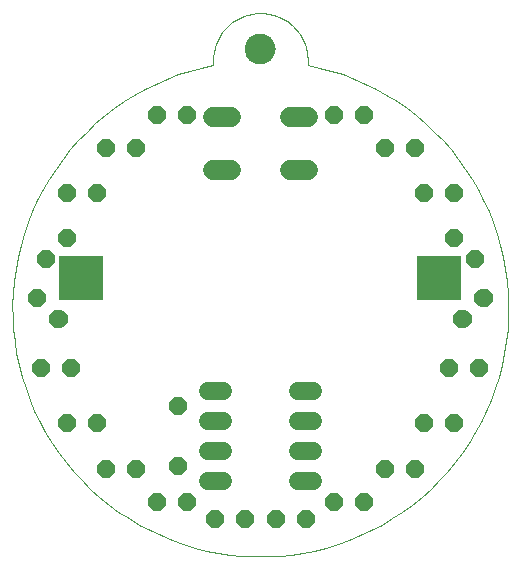
<source format=gts>
G75*
G70*
%OFA0B0*%
%FSLAX24Y24*%
%IPPOS*%
%LPD*%
%AMOC8*
5,1,8,0,0,1.08239X$1,22.5*
%
%ADD10C,0.0000*%
%ADD11C,0.1025*%
%ADD12OC8,0.0600*%
%ADD13C,0.0120*%
%ADD14C,0.0600*%
%ADD15C,0.0680*%
%ADD16R,0.1497X0.1497*%
D10*
X008826Y018518D02*
X008432Y018431D01*
X008043Y018326D01*
X007660Y018201D01*
X007283Y018059D01*
X006913Y017897D01*
X006552Y017719D01*
X006200Y017522D01*
X005858Y017309D01*
X005527Y017079D01*
X005207Y016834D01*
X004900Y016573D01*
X004605Y016298D01*
X004325Y016008D01*
X004059Y015705D01*
X003808Y015390D01*
X003572Y015063D01*
X003353Y014724D01*
X003151Y014376D01*
X002966Y014018D01*
X002798Y013651D01*
X002649Y013276D01*
X002518Y012895D01*
X002406Y012508D01*
X002313Y012116D01*
X002239Y011720D01*
X002184Y011320D01*
X002149Y010919D01*
X002134Y010516D01*
X002138Y010113D01*
X002162Y009710D01*
X002205Y009310D01*
X002268Y008911D01*
X002351Y008517D01*
X002452Y008127D01*
X002572Y007742D01*
X002711Y007364D01*
X002868Y006992D01*
X003043Y006629D01*
X003236Y006275D01*
X003446Y005931D01*
X003672Y005597D01*
X003914Y005275D01*
X004171Y004965D01*
X004444Y004668D01*
X004730Y004384D01*
X005030Y004115D01*
X005343Y003860D01*
X005668Y003622D01*
X006004Y003399D01*
X006351Y003193D01*
X006707Y003004D01*
X007072Y002833D01*
X007444Y002680D01*
X007824Y002545D01*
X008210Y002429D01*
X008601Y002331D01*
X008997Y002253D01*
X009396Y002194D01*
X009797Y002155D01*
X010199Y002135D01*
X010603Y002135D01*
X011005Y002155D01*
X011406Y002194D01*
X011805Y002253D01*
X012201Y002331D01*
X012592Y002429D01*
X012978Y002545D01*
X013358Y002680D01*
X013730Y002833D01*
X014095Y003004D01*
X014451Y003193D01*
X014798Y003399D01*
X015134Y003622D01*
X015459Y003860D01*
X015772Y004115D01*
X016072Y004384D01*
X016358Y004668D01*
X016631Y004965D01*
X016888Y005275D01*
X017130Y005597D01*
X017356Y005931D01*
X017566Y006275D01*
X017759Y006629D01*
X017934Y006992D01*
X018091Y007364D01*
X018230Y007742D01*
X018350Y008127D01*
X018451Y008517D01*
X018534Y008911D01*
X018597Y009310D01*
X018640Y009710D01*
X018664Y010113D01*
X018668Y010516D01*
X018653Y010919D01*
X018618Y011320D01*
X018563Y011720D01*
X018489Y012116D01*
X018396Y012508D01*
X018284Y012895D01*
X018153Y013276D01*
X018004Y013651D01*
X017836Y014018D01*
X017651Y014376D01*
X017449Y014724D01*
X017230Y015063D01*
X016994Y015390D01*
X016743Y015705D01*
X016477Y016008D01*
X016197Y016298D01*
X015902Y016573D01*
X015595Y016834D01*
X015275Y017079D01*
X014944Y017309D01*
X014602Y017522D01*
X014250Y017719D01*
X013889Y017897D01*
X013519Y018059D01*
X013142Y018201D01*
X012759Y018326D01*
X012370Y018431D01*
X011976Y018518D01*
X011976Y018669D01*
X011974Y018746D01*
X011968Y018823D01*
X011959Y018900D01*
X011946Y018976D01*
X011929Y019052D01*
X011908Y019126D01*
X011884Y019200D01*
X011856Y019272D01*
X011825Y019342D01*
X011790Y019411D01*
X011752Y019479D01*
X011711Y019544D01*
X011666Y019607D01*
X011618Y019668D01*
X011568Y019727D01*
X011515Y019783D01*
X011459Y019836D01*
X011400Y019886D01*
X011339Y019934D01*
X011276Y019979D01*
X011211Y020020D01*
X011143Y020058D01*
X011074Y020093D01*
X011004Y020124D01*
X010932Y020152D01*
X010858Y020176D01*
X010784Y020197D01*
X010708Y020214D01*
X010632Y020227D01*
X010555Y020236D01*
X010478Y020242D01*
X010401Y020244D01*
X009929Y019063D02*
X009931Y019106D01*
X009937Y019148D01*
X009947Y019190D01*
X009960Y019231D01*
X009977Y019271D01*
X009998Y019308D01*
X010022Y019344D01*
X010049Y019377D01*
X010079Y019408D01*
X010112Y019436D01*
X010147Y019461D01*
X010184Y019482D01*
X010223Y019500D01*
X010263Y019514D01*
X010305Y019525D01*
X010347Y019532D01*
X010390Y019535D01*
X010433Y019534D01*
X010476Y019529D01*
X010518Y019520D01*
X010559Y019508D01*
X010599Y019492D01*
X010637Y019472D01*
X010673Y019449D01*
X010707Y019422D01*
X010739Y019393D01*
X010767Y019361D01*
X010793Y019326D01*
X010815Y019290D01*
X010834Y019251D01*
X010849Y019211D01*
X010861Y019170D01*
X010869Y019127D01*
X010873Y019084D01*
X010873Y019042D01*
X010869Y018999D01*
X010861Y018956D01*
X010849Y018915D01*
X010834Y018875D01*
X010815Y018836D01*
X010793Y018800D01*
X010767Y018765D01*
X010739Y018733D01*
X010707Y018704D01*
X010673Y018677D01*
X010637Y018654D01*
X010599Y018634D01*
X010559Y018618D01*
X010518Y018606D01*
X010476Y018597D01*
X010433Y018592D01*
X010390Y018591D01*
X010347Y018594D01*
X010305Y018601D01*
X010263Y018612D01*
X010223Y018626D01*
X010184Y018644D01*
X010147Y018665D01*
X010112Y018690D01*
X010079Y018718D01*
X010049Y018749D01*
X010022Y018782D01*
X009998Y018818D01*
X009977Y018855D01*
X009960Y018895D01*
X009947Y018936D01*
X009937Y018978D01*
X009931Y019020D01*
X009929Y019063D01*
X008826Y018669D02*
X008828Y018746D01*
X008834Y018823D01*
X008843Y018900D01*
X008856Y018976D01*
X008873Y019052D01*
X008894Y019126D01*
X008918Y019200D01*
X008946Y019272D01*
X008977Y019342D01*
X009012Y019411D01*
X009050Y019479D01*
X009091Y019544D01*
X009136Y019607D01*
X009184Y019668D01*
X009234Y019727D01*
X009287Y019783D01*
X009343Y019836D01*
X009402Y019886D01*
X009463Y019934D01*
X009526Y019979D01*
X009591Y020020D01*
X009659Y020058D01*
X009728Y020093D01*
X009798Y020124D01*
X009870Y020152D01*
X009944Y020176D01*
X010018Y020197D01*
X010094Y020214D01*
X010170Y020227D01*
X010247Y020236D01*
X010324Y020242D01*
X010401Y020244D01*
X008826Y018669D02*
X008826Y018518D01*
D11*
X010401Y019063D03*
D12*
X005261Y005046D03*
X006261Y005046D03*
X006957Y003955D03*
X007957Y003955D03*
X008893Y003387D03*
X009893Y003387D03*
X010910Y003387D03*
X011910Y003387D03*
X012845Y003955D03*
X013845Y003955D03*
X014542Y005046D03*
X015542Y005046D03*
X015863Y006570D03*
X016863Y006570D03*
X016701Y008405D03*
X017701Y008405D03*
X016863Y014233D03*
X015863Y014233D03*
X015542Y015757D03*
X014542Y015757D03*
X013845Y016847D03*
X012845Y016847D03*
X007957Y016847D03*
X006957Y016847D03*
X006261Y015757D03*
X005261Y015757D03*
X004940Y014233D03*
X003940Y014233D03*
X004102Y008405D03*
X003102Y008405D03*
X003940Y006570D03*
X004940Y006570D03*
X007651Y007151D03*
X007651Y005151D03*
D13*
X003629Y010227D02*
X003569Y010287D01*
X003767Y010287D01*
X003907Y010147D01*
X003907Y009949D01*
X003767Y009809D01*
X003569Y009809D01*
X003429Y009949D01*
X003429Y010147D01*
X003569Y010287D01*
X003606Y010197D01*
X003730Y010197D01*
X003817Y010110D01*
X003817Y009986D01*
X003730Y009899D01*
X003606Y009899D01*
X003519Y009986D01*
X003519Y010110D01*
X003606Y010197D01*
X003643Y010107D01*
X003693Y010107D01*
X003727Y010073D01*
X003727Y010023D01*
X003693Y009989D01*
X003643Y009989D01*
X003609Y010023D01*
X003609Y010073D01*
X003643Y010107D01*
X002922Y010934D02*
X002862Y010994D01*
X003060Y010994D01*
X003200Y010854D01*
X003200Y010656D01*
X003060Y010516D01*
X002862Y010516D01*
X002722Y010656D01*
X002722Y010854D01*
X002862Y010994D01*
X002899Y010904D01*
X003023Y010904D01*
X003110Y010817D01*
X003110Y010693D01*
X003023Y010606D01*
X002899Y010606D01*
X002812Y010693D01*
X002812Y010817D01*
X002899Y010904D01*
X002936Y010814D01*
X002986Y010814D01*
X003020Y010780D01*
X003020Y010730D01*
X002986Y010696D01*
X002936Y010696D01*
X002902Y010730D01*
X002902Y010780D01*
X002936Y010814D01*
X003069Y012005D02*
X003009Y011945D01*
X003009Y012143D01*
X003149Y012283D01*
X003347Y012283D01*
X003487Y012143D01*
X003487Y011945D01*
X003347Y011805D01*
X003149Y011805D01*
X003009Y011945D01*
X003099Y011982D01*
X003099Y012106D01*
X003186Y012193D01*
X003310Y012193D01*
X003397Y012106D01*
X003397Y011982D01*
X003310Y011895D01*
X003186Y011895D01*
X003099Y011982D01*
X003189Y012019D01*
X003189Y012069D01*
X003223Y012103D01*
X003273Y012103D01*
X003307Y012069D01*
X003307Y012019D01*
X003273Y011985D01*
X003223Y011985D01*
X003189Y012019D01*
X003776Y012712D02*
X003716Y012652D01*
X003716Y012850D01*
X003856Y012990D01*
X004054Y012990D01*
X004194Y012850D01*
X004194Y012652D01*
X004054Y012512D01*
X003856Y012512D01*
X003716Y012652D01*
X003806Y012689D01*
X003806Y012813D01*
X003893Y012900D01*
X004017Y012900D01*
X004104Y012813D01*
X004104Y012689D01*
X004017Y012602D01*
X003893Y012602D01*
X003806Y012689D01*
X003896Y012726D01*
X003896Y012776D01*
X003930Y012810D01*
X003980Y012810D01*
X004014Y012776D01*
X004014Y012726D01*
X003980Y012692D01*
X003930Y012692D01*
X003896Y012726D01*
X016808Y012930D02*
X016748Y012990D01*
X016946Y012990D01*
X017086Y012850D01*
X017086Y012652D01*
X016946Y012512D01*
X016748Y012512D01*
X016608Y012652D01*
X016608Y012850D01*
X016748Y012990D01*
X016785Y012900D01*
X016909Y012900D01*
X016996Y012813D01*
X016996Y012689D01*
X016909Y012602D01*
X016785Y012602D01*
X016698Y012689D01*
X016698Y012813D01*
X016785Y012900D01*
X016822Y012810D01*
X016872Y012810D01*
X016906Y012776D01*
X016906Y012726D01*
X016872Y012692D01*
X016822Y012692D01*
X016788Y012726D01*
X016788Y012776D01*
X016822Y012810D01*
X017515Y012223D02*
X017455Y012283D01*
X017653Y012283D01*
X017793Y012143D01*
X017793Y011945D01*
X017653Y011805D01*
X017455Y011805D01*
X017315Y011945D01*
X017315Y012143D01*
X017455Y012283D01*
X017492Y012193D01*
X017616Y012193D01*
X017703Y012106D01*
X017703Y011982D01*
X017616Y011895D01*
X017492Y011895D01*
X017405Y011982D01*
X017405Y012106D01*
X017492Y012193D01*
X017529Y012103D01*
X017579Y012103D01*
X017613Y012069D01*
X017613Y012019D01*
X017579Y011985D01*
X017529Y011985D01*
X017495Y012019D01*
X017495Y012069D01*
X017529Y012103D01*
X017662Y010716D02*
X017602Y010656D01*
X017602Y010854D01*
X017742Y010994D01*
X017940Y010994D01*
X018080Y010854D01*
X018080Y010656D01*
X017940Y010516D01*
X017742Y010516D01*
X017602Y010656D01*
X017692Y010693D01*
X017692Y010817D01*
X017779Y010904D01*
X017903Y010904D01*
X017990Y010817D01*
X017990Y010693D01*
X017903Y010606D01*
X017779Y010606D01*
X017692Y010693D01*
X017782Y010730D01*
X017782Y010780D01*
X017816Y010814D01*
X017866Y010814D01*
X017900Y010780D01*
X017900Y010730D01*
X017866Y010696D01*
X017816Y010696D01*
X017782Y010730D01*
X016955Y010009D02*
X016895Y009949D01*
X016895Y010147D01*
X017035Y010287D01*
X017233Y010287D01*
X017373Y010147D01*
X017373Y009949D01*
X017233Y009809D01*
X017035Y009809D01*
X016895Y009949D01*
X016985Y009986D01*
X016985Y010110D01*
X017072Y010197D01*
X017196Y010197D01*
X017283Y010110D01*
X017283Y009986D01*
X017196Y009899D01*
X017072Y009899D01*
X016985Y009986D01*
X017075Y010023D01*
X017075Y010073D01*
X017109Y010107D01*
X017159Y010107D01*
X017193Y010073D01*
X017193Y010023D01*
X017159Y009989D01*
X017109Y009989D01*
X017075Y010023D01*
D14*
X012161Y007651D02*
X011641Y007651D01*
X011641Y006651D02*
X012161Y006651D01*
X012161Y005651D02*
X011641Y005651D01*
X011641Y004651D02*
X012161Y004651D01*
X009161Y004651D02*
X008641Y004651D01*
X008641Y005651D02*
X009161Y005651D01*
X009161Y006651D02*
X008641Y006651D01*
X008641Y007651D02*
X009161Y007651D01*
D15*
X009421Y015011D02*
X008821Y015011D01*
X008821Y016791D02*
X009421Y016791D01*
X011381Y016791D02*
X011981Y016791D01*
X011981Y015011D02*
X011381Y015011D01*
D16*
X016366Y011401D03*
X004437Y011401D03*
M02*

</source>
